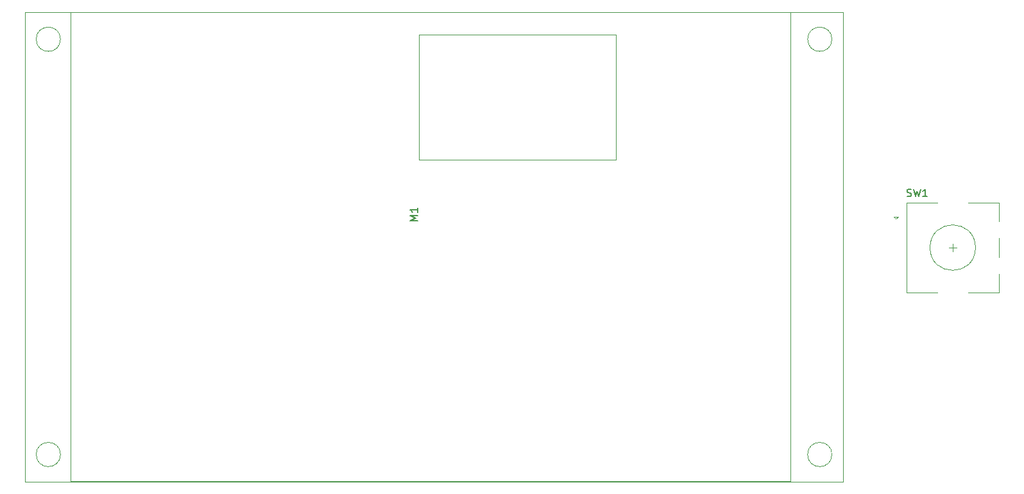
<source format=gbr>
%TF.GenerationSoftware,KiCad,Pcbnew,9.0.5*%
%TF.CreationDate,2025-10-20T17:55:58+02:00*%
%TF.ProjectId,yoradio-3,796f7261-6469-46f2-9d33-2e6b69636164,rev?*%
%TF.SameCoordinates,Original*%
%TF.FileFunction,Legend,Top*%
%TF.FilePolarity,Positive*%
%FSLAX46Y46*%
G04 Gerber Fmt 4.6, Leading zero omitted, Abs format (unit mm)*
G04 Created by KiCad (PCBNEW 9.0.5) date 2025-10-20 17:55:58*
%MOMM*%
%LPD*%
G01*
G04 APERTURE LIST*
%ADD10C,0.150000*%
%ADD11C,0.120000*%
%ADD12C,0.100000*%
G04 APERTURE END LIST*
D10*
X143554819Y-78159523D02*
X142554819Y-78159523D01*
X142554819Y-78159523D02*
X143269104Y-77826190D01*
X143269104Y-77826190D02*
X142554819Y-77492857D01*
X142554819Y-77492857D02*
X143554819Y-77492857D01*
X143554819Y-76492857D02*
X143554819Y-77064285D01*
X143554819Y-76778571D02*
X142554819Y-76778571D01*
X142554819Y-76778571D02*
X142697676Y-76873809D01*
X142697676Y-76873809D02*
X142792914Y-76969047D01*
X142792914Y-76969047D02*
X142840533Y-77064285D01*
X208116667Y-74957200D02*
X208259524Y-75004819D01*
X208259524Y-75004819D02*
X208497619Y-75004819D01*
X208497619Y-75004819D02*
X208592857Y-74957200D01*
X208592857Y-74957200D02*
X208640476Y-74909580D01*
X208640476Y-74909580D02*
X208688095Y-74814342D01*
X208688095Y-74814342D02*
X208688095Y-74719104D01*
X208688095Y-74719104D02*
X208640476Y-74623866D01*
X208640476Y-74623866D02*
X208592857Y-74576247D01*
X208592857Y-74576247D02*
X208497619Y-74528628D01*
X208497619Y-74528628D02*
X208307143Y-74481009D01*
X208307143Y-74481009D02*
X208211905Y-74433390D01*
X208211905Y-74433390D02*
X208164286Y-74385771D01*
X208164286Y-74385771D02*
X208116667Y-74290533D01*
X208116667Y-74290533D02*
X208116667Y-74195295D01*
X208116667Y-74195295D02*
X208164286Y-74100057D01*
X208164286Y-74100057D02*
X208211905Y-74052438D01*
X208211905Y-74052438D02*
X208307143Y-74004819D01*
X208307143Y-74004819D02*
X208545238Y-74004819D01*
X208545238Y-74004819D02*
X208688095Y-74052438D01*
X209021429Y-74004819D02*
X209259524Y-75004819D01*
X209259524Y-75004819D02*
X209450000Y-74290533D01*
X209450000Y-74290533D02*
X209640476Y-75004819D01*
X209640476Y-75004819D02*
X209878572Y-74004819D01*
X210783333Y-75004819D02*
X210211905Y-75004819D01*
X210497619Y-75004819D02*
X210497619Y-74004819D01*
X210497619Y-74004819D02*
X210402381Y-74147676D01*
X210402381Y-74147676D02*
X210307143Y-74242914D01*
X210307143Y-74242914D02*
X210211905Y-74290533D01*
%TO.C,M1*%
D11*
X91700000Y-112650000D02*
X199700000Y-112650000D01*
X199700000Y-50650000D01*
X91700000Y-50650000D01*
X91700000Y-112650000D01*
D12*
X97700000Y-112600000D02*
X192750000Y-112600000D01*
X192750000Y-50650000D01*
X97700000Y-50650000D01*
X97700000Y-112600000D01*
D11*
X143700000Y-70150000D02*
X169700000Y-70150000D01*
X169700000Y-53650000D01*
X143700000Y-53650000D01*
X143700000Y-70150000D01*
X96400000Y-54250000D02*
G75*
G02*
X93200000Y-54250000I-1600000J0D01*
G01*
X93200000Y-54250000D02*
G75*
G02*
X96400000Y-54250000I1600000J0D01*
G01*
X96400000Y-109050000D02*
G75*
G02*
X93200000Y-109050000I-1600000J0D01*
G01*
X93200000Y-109050000D02*
G75*
G02*
X96400000Y-109050000I1600000J0D01*
G01*
X198200000Y-54250000D02*
G75*
G02*
X195000000Y-54250000I-1600000J0D01*
G01*
X195000000Y-54250000D02*
G75*
G02*
X198200000Y-54250000I1600000J0D01*
G01*
X198200000Y-109050000D02*
G75*
G02*
X195000000Y-109050000I-1600000J0D01*
G01*
X195000000Y-109050000D02*
G75*
G02*
X198200000Y-109050000I1600000J0D01*
G01*
%TO.C,SW1*%
X206350000Y-77650000D02*
X206950000Y-77650000D01*
X206650000Y-77950000D02*
X206350000Y-77650000D01*
X206950000Y-77650000D02*
X206650000Y-77950000D01*
X208050000Y-75850000D02*
X208050000Y-87650000D01*
X212150000Y-75850000D02*
X208050000Y-75850000D01*
X212150000Y-87650000D02*
X208050000Y-87650000D01*
X213650000Y-81750000D02*
X214650000Y-81750000D01*
X214150000Y-81250000D02*
X214150000Y-82250000D01*
X216150000Y-75850000D02*
X220250000Y-75850000D01*
X220250000Y-75850000D02*
X220250000Y-78250000D01*
X220250000Y-80450000D02*
X220250000Y-83050000D01*
X220250000Y-85250000D02*
X220250000Y-87650000D01*
X220250000Y-87650000D02*
X216150000Y-87650000D01*
X217150000Y-81750000D02*
G75*
G02*
X211150000Y-81750000I-3000000J0D01*
G01*
X211150000Y-81750000D02*
G75*
G02*
X217150000Y-81750000I3000000J0D01*
G01*
%TD*%
M02*

</source>
